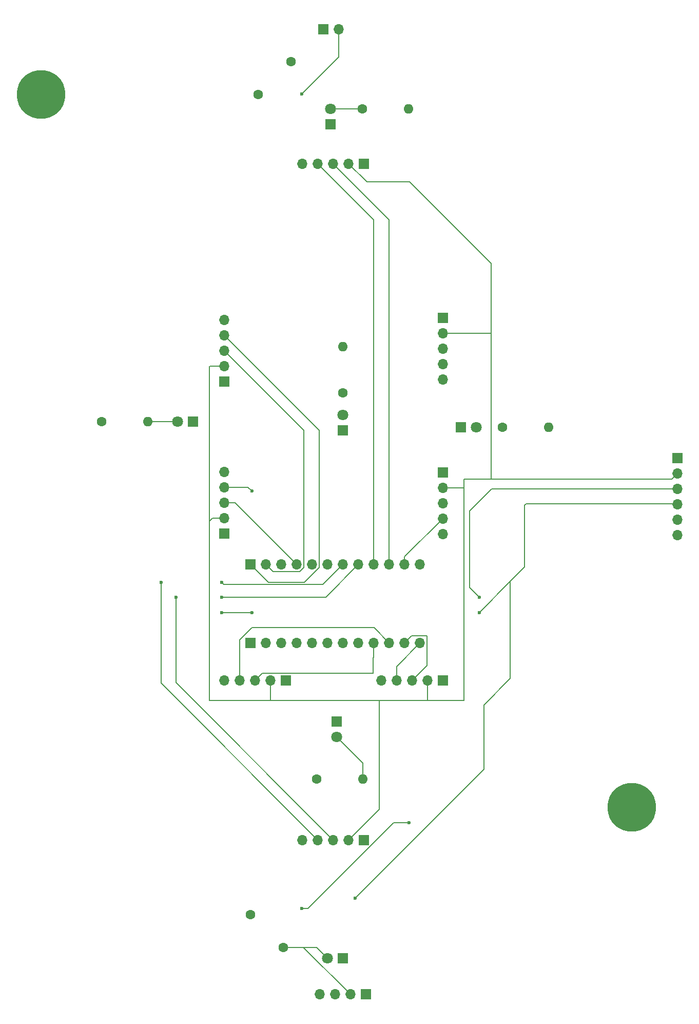
<source format=gbr>
%TF.GenerationSoftware,KiCad,Pcbnew,8.0.2*%
%TF.CreationDate,2024-05-04T16:44:52-04:00*%
%TF.ProjectId,RGBsensorBoard,52474273-656e-4736-9f72-426f6172642e,rev?*%
%TF.SameCoordinates,Original*%
%TF.FileFunction,Copper,L1,Top*%
%TF.FilePolarity,Positive*%
%FSLAX46Y46*%
G04 Gerber Fmt 4.6, Leading zero omitted, Abs format (unit mm)*
G04 Created by KiCad (PCBNEW 8.0.2) date 2024-05-04 16:44:52*
%MOMM*%
%LPD*%
G01*
G04 APERTURE LIST*
G04 Aperture macros list*
%AMHorizOval*
0 Thick line with rounded ends*
0 $1 width*
0 $2 $3 position (X,Y) of the first rounded end (center of the circle)*
0 $4 $5 position (X,Y) of the second rounded end (center of the circle)*
0 Add line between two ends*
20,1,$1,$2,$3,$4,$5,0*
0 Add two circle primitives to create the rounded ends*
1,1,$1,$2,$3*
1,1,$1,$4,$5*%
G04 Aperture macros list end*
%TA.AperFunction,ComponentPad*%
%ADD10R,1.800000X1.800000*%
%TD*%
%TA.AperFunction,ComponentPad*%
%ADD11C,1.800000*%
%TD*%
%TA.AperFunction,ComponentPad*%
%ADD12R,1.700000X1.700000*%
%TD*%
%TA.AperFunction,ComponentPad*%
%ADD13O,1.700000X1.700000*%
%TD*%
%TA.AperFunction,ComponentPad*%
%ADD14C,1.600000*%
%TD*%
%TA.AperFunction,ComponentPad*%
%ADD15O,1.600000X1.600000*%
%TD*%
%TA.AperFunction,ConnectorPad*%
%ADD16C,8.000000*%
%TD*%
%TA.AperFunction,ComponentPad*%
%ADD17C,4.400000*%
%TD*%
%TA.AperFunction,ComponentPad*%
%ADD18HorizOval,1.600000X0.000000X0.000000X0.000000X0.000000X0*%
%TD*%
%TA.AperFunction,ComponentPad*%
%ADD19HorizOval,1.600000X0.000000X0.000000X0.000000X0.000000X0*%
%TD*%
%TA.AperFunction,ViaPad*%
%ADD20C,0.600000*%
%TD*%
%TA.AperFunction,Conductor*%
%ADD21C,0.200000*%
%TD*%
G04 APERTURE END LIST*
D10*
%TO.P,D5,1,K*%
%TO.N,/GND*%
X104800001Y-179900000D03*
D11*
%TO.P,D5,2,A*%
%TO.N,/VIN 5V*%
X102260001Y-179900000D03*
%TD*%
D12*
%TO.P,J1,1,Pin_1*%
%TO.N,/GND*%
X121300001Y-74359999D03*
D13*
%TO.P,J1,2,Pin_2*%
%TO.N,3.3*%
X121300001Y-76899999D03*
%TO.P,J1,3,Pin_3*%
%TO.N,/SD5*%
X121300001Y-79439998D03*
%TO.P,J1,4,Pin_4*%
%TO.N,/SC5*%
X121300001Y-81979999D03*
%TO.P,J1,5,Pin_5*%
%TO.N,unconnected-(J1-Pin_5-Pad5)*%
X121300001Y-84519999D03*
%TD*%
D14*
%TO.P,R6,1*%
%TO.N,/VIN 5V*%
X104800001Y-86710000D03*
D15*
%TO.P,R6,2*%
X104800001Y-79090000D03*
%TD*%
D12*
%TO.P,J5,1,Pin_1*%
%TO.N,/GND*%
X95400000Y-134099999D03*
D13*
%TO.P,J5,2,Pin_2*%
%TO.N,3.3*%
X92860000Y-134099999D03*
%TO.P,J5,3,Pin_3*%
%TO.N,/SD0*%
X90320001Y-134099999D03*
%TO.P,J5,4,Pin_4*%
%TO.N,/SC0*%
X87780000Y-134099999D03*
%TO.P,J5,5,Pin_5*%
%TO.N,unconnected-(J5-Pin_5-Pad5)*%
X85240000Y-134099999D03*
%TD*%
D12*
%TO.P,J9,1,Pin_1*%
%TO.N,/SC7*%
X89600000Y-114999999D03*
D13*
%TO.P,J9,2,Pin_2*%
%TO.N,/SD7*%
X92140000Y-114999999D03*
%TO.P,J9,3,Pin_3*%
%TO.N,/SC6*%
X94679999Y-114999999D03*
%TO.P,J9,4,Pin_4*%
%TO.N,/SD6*%
X97220000Y-114999999D03*
%TO.P,J9,5,Pin_5*%
%TO.N,/SC5*%
X99760000Y-114999999D03*
%TO.P,J9,6,Pin_6*%
%TO.N,/SD5*%
X102300000Y-114999999D03*
%TO.P,J9,7,Pin_7*%
%TO.N,/SC4*%
X104840000Y-114999999D03*
%TO.P,J9,8,Pin_8*%
%TO.N,/SD4*%
X107380001Y-114999999D03*
%TO.P,J9,9,Pin_9*%
%TO.N,/SC3*%
X109920000Y-114999999D03*
%TO.P,J9,10,Pin_10*%
%TO.N,/SD3*%
X112460000Y-114999999D03*
%TO.P,J9,11,Pin_11*%
%TO.N,/SC2*%
X115000000Y-114999999D03*
%TO.P,J9,12,Pin_12*%
%TO.N,/SD2*%
X117539999Y-114999999D03*
%TD*%
D16*
%TO.P,hole,1*%
%TO.N,N/C*%
X152500000Y-155000000D03*
D17*
X152500000Y-155000000D03*
%TD*%
D10*
%TO.P,D6,1,K*%
%TO.N,/GND*%
X104800001Y-92900000D03*
D11*
%TO.P,D6,2,A*%
%TO.N,/VIN 5V*%
X104800001Y-90360000D03*
%TD*%
D14*
%TO.P,R2,1*%
%TO.N,/VIN 5V*%
X107990001Y-39900000D03*
D15*
%TO.P,R2,2*%
X115610001Y-39900000D03*
%TD*%
D12*
%TO.P,J10,1,Pin_1*%
%TO.N,/VIN 5V*%
X89600001Y-127899999D03*
D13*
%TO.P,J10,2,Pin_2*%
%TO.N,/GND*%
X92140001Y-127899999D03*
%TO.P,J10,3,Pin_3*%
%TO.N,/SDA*%
X94680000Y-127899999D03*
%TO.P,J10,4,Pin_4*%
%TO.N,/SCL*%
X97220001Y-127899999D03*
%TO.P,J10,5,Pin_5*%
%TO.N,/RST*%
X99760001Y-127899999D03*
%TO.P,J10,6,Pin_6*%
%TO.N,/A0*%
X102300001Y-127899999D03*
%TO.P,J10,7,Pin_7*%
%TO.N,/A1*%
X104840001Y-127899999D03*
%TO.P,J10,8,Pin_8*%
%TO.N,/A2*%
X107380002Y-127899999D03*
%TO.P,J10,9,Pin_9*%
%TO.N,/SD0*%
X109920001Y-127899999D03*
%TO.P,J10,10,Pin_10*%
%TO.N,/SC0*%
X112460001Y-127899999D03*
%TO.P,J10,11,Pin_11*%
%TO.N,/SD1*%
X115000001Y-127899999D03*
%TO.P,J10,12,Pin_12*%
%TO.N,SC1*%
X117540000Y-127899999D03*
%TD*%
D14*
%TO.P,R1,1*%
%TO.N,/VIN 5V*%
X100490000Y-150399999D03*
D15*
%TO.P,R1,2*%
X108110000Y-150399999D03*
%TD*%
D12*
%TO.P,J4,1,Pin_1*%
%TO.N,/GND*%
X121300000Y-99779999D03*
D13*
%TO.P,J4,2,Pin_2*%
%TO.N,3.3*%
X121300000Y-102319999D03*
%TO.P,J4,3,Pin_3*%
%TO.N,/SD2*%
X121300000Y-104859998D03*
%TO.P,J4,4,Pin_4*%
%TO.N,/SC2*%
X121300000Y-107399999D03*
%TO.P,J4,5,Pin_5*%
%TO.N,unconnected-(J4-Pin_5-Pad5)*%
X121300000Y-109939999D03*
%TD*%
D10*
%TO.P,D3,1,K*%
%TO.N,/GND*%
X124260000Y-92399999D03*
D11*
%TO.P,D3,2,A*%
%TO.N,/VIN 5V*%
X126800000Y-92399999D03*
%TD*%
D14*
%TO.P,R3,1*%
%TO.N,/VIN 5V*%
X131180000Y-92399999D03*
D15*
%TO.P,R3,2*%
X138800000Y-92399999D03*
%TD*%
D14*
%TO.P,R4,1*%
%TO.N,/VIN 5V*%
X64990001Y-91400000D03*
D15*
%TO.P,R4,2*%
X72610001Y-91400000D03*
%TD*%
D12*
%TO.P,J2,1,Pin_1*%
%TO.N,/GND*%
X85270001Y-84860000D03*
D13*
%TO.P,J2,2,Pin_2*%
%TO.N,3.3*%
X85270001Y-82320000D03*
%TO.P,J2,3,Pin_3*%
%TO.N,/SD7*%
X85270001Y-79780001D03*
%TO.P,J2,4,Pin_4*%
%TO.N,/SC7*%
X85270001Y-77240000D03*
%TO.P,J2,5,Pin_5*%
%TO.N,unconnected-(J2-Pin_5-Pad5)*%
X85270001Y-74700000D03*
%TD*%
D14*
%TO.P,R5,1*%
%TO.N,/VIN 5V*%
X94994078Y-178094077D03*
D18*
%TO.P,R5,2*%
X89605924Y-172705923D03*
%TD*%
D10*
%TO.P,D2,1,K*%
%TO.N,/GND*%
X80075000Y-91399999D03*
D11*
%TO.P,D2,2,A*%
%TO.N,/VIN 5V*%
X77535000Y-91399999D03*
%TD*%
D10*
%TO.P,D1,1,K*%
%TO.N,/GND*%
X103800000Y-140859999D03*
D11*
%TO.P,D1,2,A*%
%TO.N,/VIN 5V*%
X103800000Y-143399999D03*
%TD*%
D12*
%TO.P,J3,1,Pin_1*%
%TO.N,/GND*%
X85270001Y-109900000D03*
D13*
%TO.P,J3,2,Pin_2*%
%TO.N,3.3*%
X85270001Y-107360000D03*
%TO.P,J3,3,Pin_3*%
%TO.N,/SD6*%
X85270001Y-104820001D03*
%TO.P,J3,4,Pin_4*%
%TO.N,/SC6*%
X85270001Y-102280000D03*
%TO.P,J3,5,Pin_5*%
%TO.N,unconnected-(J3-Pin_5-Pad5)*%
X85270001Y-99740000D03*
%TD*%
D12*
%TO.P,J6,1,Pin_1*%
%TO.N,/GND*%
X121280000Y-134100000D03*
D13*
%TO.P,J6,2,Pin_2*%
%TO.N,3.3*%
X118740000Y-134100000D03*
%TO.P,J6,3,Pin_3*%
%TO.N,/SD1*%
X116200001Y-134100000D03*
%TO.P,J6,4,Pin_4*%
%TO.N,SC1*%
X113660000Y-134100000D03*
%TO.P,J6,5,Pin_5*%
%TO.N,unconnected-(J6-Pin_5-Pad5)*%
X111120000Y-134100000D03*
%TD*%
D12*
%TO.P,J7,1,Pin_1*%
%TO.N,/GND*%
X108300000Y-48899999D03*
D13*
%TO.P,J7,2,Pin_2*%
%TO.N,3.3*%
X105760000Y-48899999D03*
%TO.P,J7,3,Pin_3*%
%TO.N,/SD3*%
X103220001Y-48899999D03*
%TO.P,J7,4,Pin_4*%
%TO.N,/SC3*%
X100680000Y-48899999D03*
%TO.P,J7,5,Pin_5*%
%TO.N,unconnected-(J7-Pin_5-Pad5)*%
X98140000Y-48899999D03*
%TD*%
D10*
%TO.P,D4,1,K*%
%TO.N,/GND*%
X102800001Y-42400000D03*
D11*
%TO.P,D4,2,A*%
%TO.N,/VIN 5V*%
X102800001Y-39860000D03*
%TD*%
D12*
%TO.P,J8,1,Pin_1*%
%TO.N,/GND*%
X108300000Y-160399999D03*
D13*
%TO.P,J8,2,Pin_2*%
%TO.N,3.3*%
X105760000Y-160399999D03*
%TO.P,J8,3,Pin_3*%
%TO.N,/SD4*%
X103220001Y-160399999D03*
%TO.P,J8,4,Pin_4*%
%TO.N,/SC4*%
X100680000Y-160399999D03*
%TO.P,J8,5,Pin_5*%
%TO.N,unconnected-(J8-Pin_5-Pad5)*%
X98140000Y-160399999D03*
%TD*%
D17*
%TO.P,hole2,1*%
%TO.N,N/C*%
X55000000Y-37500000D03*
D16*
X55000000Y-37500000D03*
%TD*%
D12*
%TO.P,C3,1,Pin_1*%
%TO.N,/GND*%
X108624779Y-185878444D03*
D13*
%TO.P,C3,2,Pin_2*%
%TO.N,/VIN 5V*%
X106084779Y-185878444D03*
%TO.P,C3,3,Pin_3*%
%TO.N,/SCL*%
X103544780Y-185878444D03*
%TO.P,C3,4,Pin_4*%
%TO.N,/SDA*%
X101004779Y-185878444D03*
%TD*%
D14*
%TO.P,R6,1*%
%TO.N,/VIN 5V*%
X90862256Y-37470873D03*
D19*
%TO.P,R6,2*%
X96250410Y-32082719D03*
%TD*%
D12*
%TO.P,C1,1,Pin_1*%
%TO.N,/VIN 5V*%
X101553711Y-26779418D03*
D13*
%TO.P,C1,2,Pin_2*%
%TO.N,/GND*%
X104093711Y-26779418D03*
%TD*%
%TO.P,J11,6*%
%TO.N,/VIN 5V*%
X160000000Y-110120001D03*
%TO.P,J11,5,Pin_5*%
%TO.N,/GND*%
X160000000Y-107580001D03*
%TO.P,J11,4,Pin_4*%
%TO.N,/SCL*%
X160000000Y-105040001D03*
%TO.P,J11,3,Pin_3*%
%TO.N,/SDA*%
X160000000Y-102500000D03*
%TO.P,J11,2,Pin_2*%
%TO.N,3.3*%
X160000000Y-99960001D03*
D12*
%TO.P,J11,1,Pin_1*%
%TO.N,/VIN 5V*%
X160000000Y-97420001D03*
%TD*%
D20*
%TO.N,/GND*%
X98018177Y-37386020D03*
%TO.N,/SC6*%
X89800001Y-102899999D03*
%TO.N,/SC4*%
X74800001Y-117900000D03*
X84800001Y-117900000D03*
%TO.N,/SD4*%
X84800001Y-120400000D03*
X77300001Y-120400000D03*
%TO.N,/SDA*%
X115695847Y-157594173D03*
X98018177Y-171736308D03*
X127300001Y-120400000D03*
%TO.N,/SCL*%
X106857012Y-169968541D03*
X127300001Y-122900000D03*
%TO.N,/VIN 5V*%
X89800000Y-122899999D03*
X84800001Y-122900000D03*
%TD*%
D21*
%TO.N,/SCL*%
X132435108Y-117764892D02*
X134800001Y-115400000D01*
X134800001Y-115400000D02*
X134800001Y-105199999D01*
X134800001Y-105199999D02*
X135000000Y-105000000D01*
X159959999Y-105000000D02*
X160000000Y-105040001D01*
X135000000Y-105000000D02*
X159959999Y-105000000D01*
%TO.N,/SDA*%
X127300001Y-120400000D02*
X125700000Y-118799999D01*
X125700000Y-118799999D02*
X125700000Y-106151470D01*
X125700000Y-106151470D02*
X129351470Y-102500000D01*
X129351470Y-102500000D02*
X160000000Y-102500000D01*
%TO.N,3.3*%
X129300001Y-100899999D02*
X159060002Y-100899999D01*
X159060002Y-100899999D02*
X160000000Y-99960001D01*
%TO.N,/GND*%
X98018177Y-37386020D02*
X104093711Y-31310486D01*
X104093711Y-31310486D02*
X104093711Y-26779418D01*
%TO.N,/SC2*%
X115000000Y-113700000D02*
X115000000Y-115000000D01*
X121300001Y-107399999D02*
X115000000Y-113700000D01*
%TO.N,/SC7*%
X100910001Y-115476346D02*
X98486347Y-117900000D01*
X92500001Y-117900000D02*
X89600000Y-114999999D01*
X98486347Y-117900000D02*
X92500001Y-117900000D01*
X85270001Y-77239999D02*
X100910001Y-92879999D01*
X100910001Y-92879999D02*
X100910001Y-115476346D01*
%TO.N,/SD7*%
X85270001Y-79779999D02*
X98370001Y-92879999D01*
X98370000Y-115476345D02*
X97696347Y-116149999D01*
X98370001Y-92879999D02*
X98370000Y-115476345D01*
X97696347Y-116149999D02*
X93290000Y-116149999D01*
X93290000Y-116149999D02*
X92140001Y-115000000D01*
%TO.N,/SD6*%
X85270001Y-104819999D02*
X87040001Y-104819999D01*
X87040001Y-104819999D02*
X97220001Y-114999999D01*
%TO.N,/SC6*%
X89180001Y-102279999D02*
X89800001Y-102899999D01*
X85270001Y-102280000D02*
X89180001Y-102279999D01*
%TO.N,/SD1*%
X116150001Y-126749999D02*
X115000000Y-127899999D01*
X118650000Y-126750000D02*
X116150001Y-126749999D01*
X118690000Y-126790000D02*
X118650000Y-126750000D01*
X118690000Y-131609999D02*
X118690000Y-126790000D01*
X116200000Y-134099999D02*
X118690000Y-131609999D01*
%TO.N,/SC0*%
X89800000Y-125399999D02*
X109960001Y-125399999D01*
X87780001Y-134100000D02*
X87780001Y-127419999D01*
X87780001Y-127419999D02*
X89800000Y-125399999D01*
X109960001Y-125399999D02*
X112460001Y-127899999D01*
%TO.N,/SD0*%
X109800001Y-132899999D02*
X109800001Y-130399999D01*
X109920000Y-130280000D02*
X109920000Y-127900000D01*
X90320001Y-134099999D02*
X91520001Y-132899999D01*
X109800001Y-130399999D02*
X109920000Y-130280000D01*
X91520001Y-132899999D02*
X109800001Y-132899999D01*
%TO.N,/SC3*%
X109920001Y-58139999D02*
X109920000Y-114999999D01*
X100680001Y-48899999D02*
X109920001Y-58139999D01*
%TO.N,/SD3*%
X103220001Y-48899999D02*
X112460001Y-58139999D01*
X112460001Y-58139999D02*
X112460001Y-115000000D01*
%TO.N,/SC4*%
X74800000Y-134519999D02*
X74800001Y-117900000D01*
X101540001Y-118299999D02*
X104840001Y-114999999D01*
X85200001Y-118299999D02*
X101540001Y-118299999D01*
X100680000Y-160399999D02*
X74800000Y-134519999D01*
X84800001Y-117900000D02*
X85200001Y-118299999D01*
%TO.N,/SD4*%
X84800001Y-120400000D02*
X101980000Y-120400000D01*
X77300001Y-134479999D02*
X77300001Y-120400000D01*
X103220001Y-160399999D02*
X77300001Y-134479999D01*
X101980000Y-120400000D02*
X107380001Y-114999999D01*
%TO.N,/SDA*%
X99087956Y-171736308D02*
X113230092Y-157594173D01*
X113230092Y-157594173D02*
X115695847Y-157594173D01*
X98018177Y-171736308D02*
X99087956Y-171736308D01*
%TO.N,/SCL*%
X128070215Y-148755338D02*
X128070215Y-138148736D01*
X106857012Y-169968541D02*
X128070215Y-148755338D01*
X128070215Y-138148736D02*
X132435108Y-133783843D01*
X132435108Y-133783843D02*
X132435108Y-117764892D01*
X127300001Y-122900000D02*
X132435108Y-117764892D01*
%TO.N,/VIN 5V*%
X72610000Y-91399999D02*
X77535001Y-91399999D01*
X107950000Y-39859999D02*
X107990001Y-39900000D01*
X108110001Y-150399999D02*
X108110001Y-147709999D01*
X102800000Y-39859999D02*
X107950000Y-39859999D01*
X98018177Y-178094077D02*
X98300412Y-178094077D01*
X108110001Y-147709999D02*
X103800000Y-143399999D01*
X98300412Y-178094077D02*
X106084779Y-185878444D01*
X94994078Y-178094077D02*
X98018177Y-178094077D01*
X100454078Y-178094077D02*
X102260000Y-179899999D01*
X98018177Y-178094077D02*
X100454078Y-178094077D01*
X89800000Y-122899999D02*
X84800001Y-122900000D01*
%TO.N,3.3*%
X129300001Y-65399999D02*
X115800001Y-51899999D01*
X118740001Y-134100000D02*
X118740001Y-137340000D01*
X121300000Y-102319999D02*
X124720001Y-102320000D01*
X82800000Y-133399999D02*
X82800000Y-137399999D01*
X124800001Y-102400000D02*
X124800001Y-100900000D01*
X82800000Y-82399999D02*
X82880000Y-82319999D01*
X110800000Y-137399999D02*
X118800000Y-137399999D01*
X124800001Y-100900000D02*
X129300001Y-100899999D01*
X92860001Y-137339999D02*
X92800001Y-137399999D01*
X92800001Y-137399999D02*
X110800000Y-137399999D01*
X110800000Y-155360000D02*
X105760001Y-160399999D01*
X108760001Y-51900000D02*
X105760001Y-48899999D01*
X83340001Y-107359999D02*
X82800000Y-107899999D01*
X129300001Y-76899999D02*
X121300000Y-76900000D01*
X118800000Y-137399999D02*
X124800001Y-137399999D01*
X92860001Y-134099999D02*
X92860001Y-137339999D01*
X115800001Y-51899999D02*
X108760001Y-51900000D01*
X129300001Y-76899999D02*
X129300001Y-65399999D01*
X82800000Y-107899999D02*
X82800000Y-111899999D01*
X82800000Y-137399999D02*
X92800001Y-137399999D01*
X82800000Y-82399999D02*
X82800000Y-107899999D01*
X110800000Y-137399999D02*
X110800000Y-155360000D01*
X85270001Y-107359999D02*
X83340001Y-107359999D01*
X129300001Y-100899999D02*
X129300001Y-76899999D01*
X124720001Y-102320000D02*
X124800001Y-102400000D01*
X82800000Y-111899999D02*
X82800000Y-133399999D01*
X85270001Y-82320000D02*
X82880000Y-82319999D01*
X124800001Y-137399999D02*
X124800001Y-102400000D01*
X118740001Y-137340000D02*
X118800000Y-137399999D01*
%TO.N,SC1*%
X113660001Y-131779999D02*
X117540000Y-127899999D01*
X113660001Y-134099999D02*
X113660001Y-131779999D01*
%TD*%
M02*

</source>
